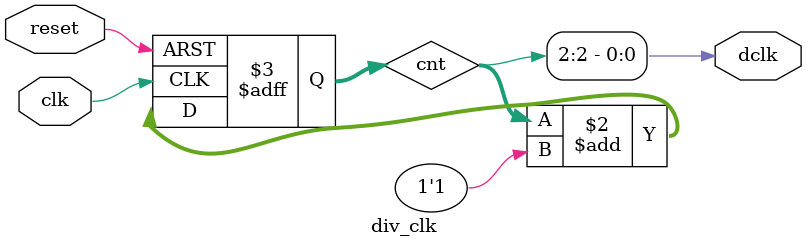
<source format=v>

module div_clk(reset, clk, dclk);
    input reset, clk;
    output dclk;
    
reg [2:0] cnt;

assign dclk = cnt[2];

always @ (posedge clk or posedge reset)
   if(reset) cnt <= 3'd0;
   else cnt <= cnt+1'b1;

endmodule
</source>
